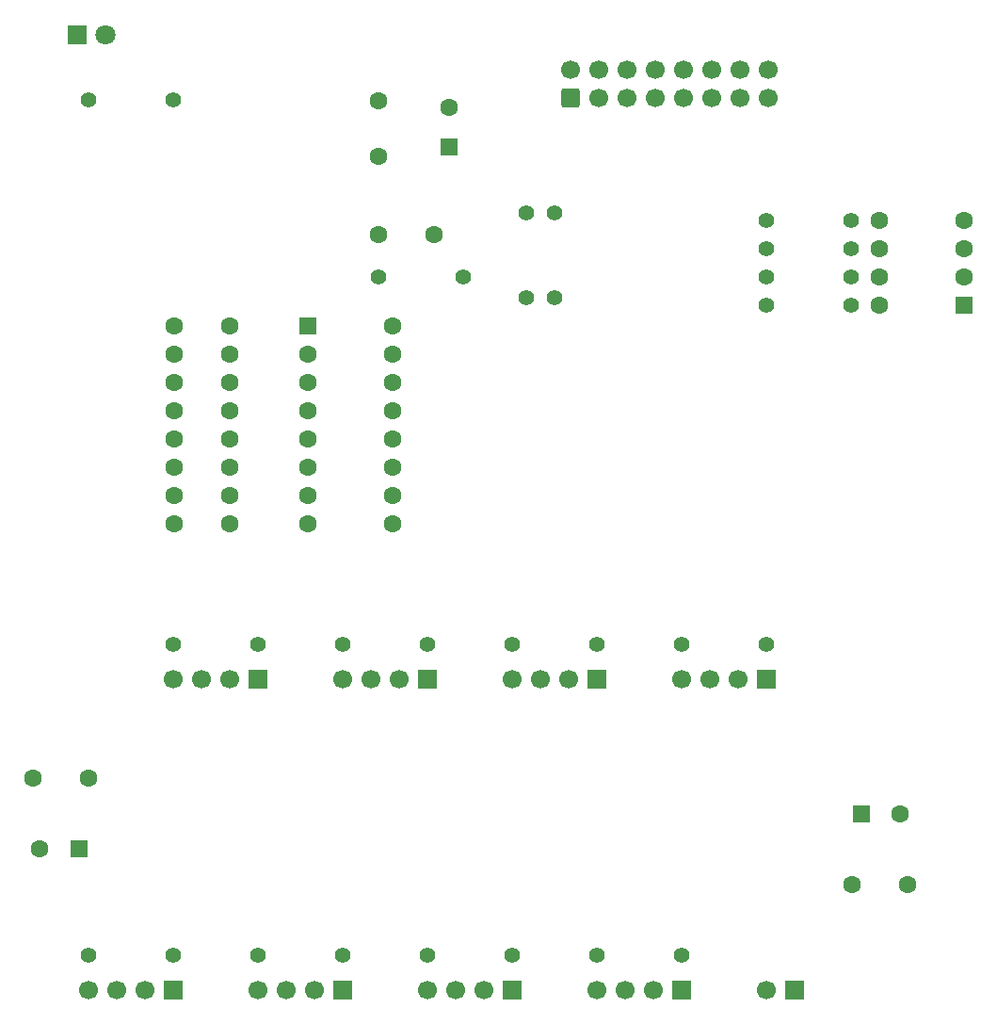
<source format=gbr>
%TF.GenerationSoftware,KiCad,Pcbnew,9.0.7*%
%TF.CreationDate,2026-02-03T14:22:32+01:00*%
%TF.ProjectId,lokho2-adc,6c6f6b68-6f32-42d6-9164-632e6b696361,rev?*%
%TF.SameCoordinates,Original*%
%TF.FileFunction,Soldermask,Bot*%
%TF.FilePolarity,Negative*%
%FSLAX46Y46*%
G04 Gerber Fmt 4.6, Leading zero omitted, Abs format (unit mm)*
G04 Created by KiCad (PCBNEW 9.0.7) date 2026-02-03 14:22:32*
%MOMM*%
%LPD*%
G01*
G04 APERTURE LIST*
G04 Aperture macros list*
%AMRoundRect*
0 Rectangle with rounded corners*
0 $1 Rounding radius*
0 $2 $3 $4 $5 $6 $7 $8 $9 X,Y pos of 4 corners*
0 Add a 4 corners polygon primitive as box body*
4,1,4,$2,$3,$4,$5,$6,$7,$8,$9,$2,$3,0*
0 Add four circle primitives for the rounded corners*
1,1,$1+$1,$2,$3*
1,1,$1+$1,$4,$5*
1,1,$1+$1,$6,$7*
1,1,$1+$1,$8,$9*
0 Add four rect primitives between the rounded corners*
20,1,$1+$1,$2,$3,$4,$5,0*
20,1,$1+$1,$4,$5,$6,$7,0*
20,1,$1+$1,$6,$7,$8,$9,0*
20,1,$1+$1,$8,$9,$2,$3,0*%
G04 Aperture macros list end*
%ADD10R,1.800000X1.800000*%
%ADD11C,1.800000*%
%ADD12C,1.600000*%
%ADD13C,1.400000*%
%ADD14RoundRect,0.250000X-0.550000X-0.550000X0.550000X-0.550000X0.550000X0.550000X-0.550000X0.550000X0*%
%ADD15R,1.700000X1.700000*%
%ADD16C,1.700000*%
%ADD17RoundRect,0.250000X0.600000X-0.600000X0.600000X0.600000X-0.600000X0.600000X-0.600000X-0.600000X0*%
%ADD18RoundRect,0.250000X0.550000X-0.550000X0.550000X0.550000X-0.550000X0.550000X-0.550000X-0.550000X0*%
%ADD19RoundRect,0.250000X0.550000X0.550000X-0.550000X0.550000X-0.550000X-0.550000X0.550000X-0.550000X0*%
G04 APERTURE END LIST*
D10*
%TO.C,D1*%
X116730000Y-63000000D03*
D11*
X119270000Y-63000000D03*
%TD*%
D12*
%TO.C,C3*%
X143855000Y-80955000D03*
X148855000Y-80955000D03*
%TD*%
%TO.C,C9*%
X125480000Y-91750000D03*
X130480000Y-91750000D03*
%TD*%
D13*
%TO.C,R11*%
X148260000Y-145725000D03*
X155880000Y-145725000D03*
%TD*%
%TO.C,R9*%
X117780000Y-145725000D03*
X125400000Y-145725000D03*
%TD*%
%TO.C,R2*%
X186360000Y-84765000D03*
X178740000Y-84765000D03*
%TD*%
D14*
%TO.C,U3*%
X137465000Y-89210000D03*
D12*
X137465000Y-91750000D03*
X137465000Y-94290000D03*
X137465000Y-96830000D03*
X137465000Y-99370000D03*
X137465000Y-101910000D03*
X137465000Y-104450000D03*
X137465000Y-106990000D03*
X145085000Y-106990000D03*
X145085000Y-104450000D03*
X145085000Y-101910000D03*
X145085000Y-99370000D03*
X145085000Y-96830000D03*
X145085000Y-94290000D03*
X145085000Y-91750000D03*
X145085000Y-89210000D03*
%TD*%
%TO.C,C7*%
X191400000Y-139375000D03*
X186400000Y-139375000D03*
%TD*%
D13*
%TO.C,R4*%
X186360000Y-79685000D03*
X178740000Y-79685000D03*
%TD*%
%TO.C,R6*%
X157150000Y-86670000D03*
X157150000Y-79050000D03*
%TD*%
D15*
%TO.C,J2*%
X140640000Y-148900000D03*
D16*
X138100000Y-148900000D03*
X135560000Y-148900000D03*
X133020000Y-148900000D03*
%TD*%
D17*
%TO.C,SPI1*%
X161110000Y-68697500D03*
D16*
X161110000Y-66157500D03*
X163650000Y-68697500D03*
X163650000Y-66157500D03*
X166190000Y-68697500D03*
X166190000Y-66157500D03*
X168730000Y-68697500D03*
X168730000Y-66157500D03*
X171270000Y-68697500D03*
X171270000Y-66157500D03*
X173810000Y-68697500D03*
X173810000Y-66157500D03*
X176350000Y-68697500D03*
X176350000Y-66157500D03*
X178890000Y-68697500D03*
X178890000Y-66157500D03*
%TD*%
D12*
%TO.C,C8*%
X125480000Y-89210000D03*
X130480000Y-89210000D03*
%TD*%
D13*
%TO.C,R1*%
X186360000Y-87305000D03*
X178740000Y-87305000D03*
%TD*%
D15*
%TO.C,J7*%
X163500000Y-120960000D03*
D16*
X160960000Y-120960000D03*
X158420000Y-120960000D03*
X155880000Y-120960000D03*
%TD*%
D13*
%TO.C,R7*%
X125400000Y-68890000D03*
X117780000Y-68890000D03*
%TD*%
%TO.C,R12*%
X163500000Y-145725000D03*
X171120000Y-145725000D03*
%TD*%
%TO.C,R3*%
X186360000Y-82225000D03*
X178740000Y-82225000D03*
%TD*%
D15*
%TO.C,J6*%
X148260000Y-120960000D03*
D16*
X145720000Y-120960000D03*
X143180000Y-120960000D03*
X140640000Y-120960000D03*
%TD*%
D12*
%TO.C,C15*%
X125480000Y-106990000D03*
X130480000Y-106990000D03*
%TD*%
D14*
%TO.C,C6*%
X187247349Y-133025000D03*
D12*
X190747349Y-133025000D03*
%TD*%
D15*
%TO.C,J3*%
X155880000Y-148900000D03*
D16*
X153340000Y-148900000D03*
X150800000Y-148900000D03*
X148260000Y-148900000D03*
%TD*%
D13*
%TO.C,R10*%
X133020000Y-145725000D03*
X140640000Y-145725000D03*
%TD*%
%TO.C,R15*%
X155880000Y-117785000D03*
X163500000Y-117785000D03*
%TD*%
D18*
%TO.C,C1*%
X150165000Y-73082651D03*
D12*
X150165000Y-69582651D03*
%TD*%
%TO.C,C11*%
X125480000Y-96830000D03*
X130480000Y-96830000D03*
%TD*%
D15*
%TO.C,J5*%
X133020000Y-120960000D03*
D16*
X130480000Y-120960000D03*
X127940000Y-120960000D03*
X125400000Y-120960000D03*
%TD*%
D13*
%TO.C,R14*%
X140640000Y-117785000D03*
X148260000Y-117785000D03*
%TD*%
D19*
%TO.C,SW1*%
X196520000Y-87305000D03*
D12*
X196520000Y-84765000D03*
X196520000Y-82225000D03*
X196520000Y-79685000D03*
X188900000Y-79685000D03*
X188900000Y-82225000D03*
X188900000Y-84765000D03*
X188900000Y-87305000D03*
%TD*%
%TO.C,C13*%
X125480000Y-101910000D03*
X130480000Y-101910000D03*
%TD*%
D15*
%TO.C,J1*%
X125400000Y-148900000D03*
D16*
X122860000Y-148900000D03*
X120320000Y-148900000D03*
X117780000Y-148900000D03*
%TD*%
D12*
%TO.C,C2*%
X143815000Y-68930000D03*
X143815000Y-73930000D03*
%TD*%
D15*
%TO.C,J8*%
X178740000Y-120960000D03*
D16*
X176200000Y-120960000D03*
X173660000Y-120960000D03*
X171120000Y-120960000D03*
%TD*%
D15*
%TO.C,J9*%
X181280000Y-148900000D03*
D16*
X178740000Y-148900000D03*
%TD*%
D12*
%TO.C,C10*%
X125480000Y-94290000D03*
X130480000Y-94290000D03*
%TD*%
%TO.C,C5*%
X112740000Y-129850000D03*
X117740000Y-129850000D03*
%TD*%
D19*
%TO.C,C4*%
X116892651Y-136200000D03*
D12*
X113392651Y-136200000D03*
%TD*%
%TO.C,C12*%
X125480000Y-99370000D03*
X130480000Y-99370000D03*
%TD*%
D13*
%TO.C,R5*%
X159690000Y-79050000D03*
X159690000Y-86670000D03*
%TD*%
%TO.C,R16*%
X171120000Y-117785000D03*
X178740000Y-117785000D03*
%TD*%
D15*
%TO.C,J4*%
X171120000Y-148900000D03*
D16*
X168580000Y-148900000D03*
X166040000Y-148900000D03*
X163500000Y-148900000D03*
%TD*%
D13*
%TO.C,R13*%
X125400000Y-117785000D03*
X133020000Y-117785000D03*
%TD*%
D12*
%TO.C,C14*%
X125480000Y-104450000D03*
X130480000Y-104450000D03*
%TD*%
D13*
%TO.C,R8*%
X151435000Y-84765000D03*
X143815000Y-84765000D03*
%TD*%
M02*

</source>
